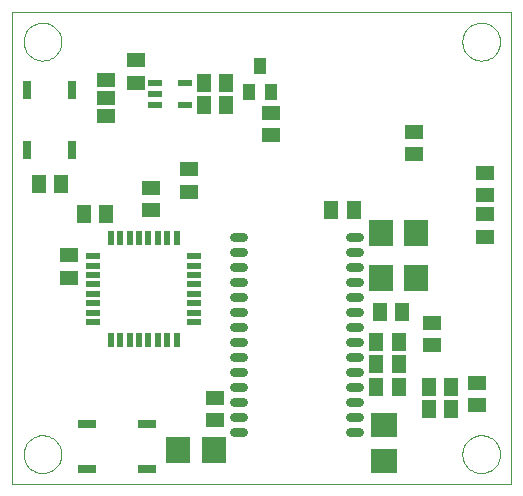
<source format=gtp>
G75*
G70*
%OFA0B0*%
%FSLAX24Y24*%
%IPPOS*%
%LPD*%
%AMOC8*
5,1,8,0,0,1.08239X$1,22.5*
%
%ADD10C,0.0000*%
%ADD11C,0.0300*%
%ADD12R,0.0394X0.0551*%
%ADD13R,0.0630X0.0512*%
%ADD14R,0.0300X0.0600*%
%ADD15R,0.0220X0.0500*%
%ADD16R,0.0500X0.0220*%
%ADD17R,0.0512X0.0630*%
%ADD18R,0.0591X0.0512*%
%ADD19R,0.0472X0.0217*%
%ADD20R,0.0512X0.0591*%
%ADD21R,0.0630X0.0460*%
%ADD22R,0.0787X0.0866*%
%ADD23R,0.0866X0.0787*%
%ADD24R,0.0600X0.0300*%
D10*
X000126Y000126D02*
X000126Y015872D01*
X016746Y015872D01*
X016746Y000126D01*
X000126Y000126D01*
X000496Y001126D02*
X000498Y001176D01*
X000504Y001226D01*
X000514Y001275D01*
X000528Y001323D01*
X000545Y001370D01*
X000566Y001415D01*
X000591Y001459D01*
X000619Y001500D01*
X000651Y001539D01*
X000685Y001576D01*
X000722Y001610D01*
X000762Y001640D01*
X000804Y001667D01*
X000848Y001691D01*
X000894Y001712D01*
X000941Y001728D01*
X000989Y001741D01*
X001039Y001750D01*
X001088Y001755D01*
X001139Y001756D01*
X001189Y001753D01*
X001238Y001746D01*
X001287Y001735D01*
X001335Y001720D01*
X001381Y001702D01*
X001426Y001680D01*
X001469Y001654D01*
X001510Y001625D01*
X001549Y001593D01*
X001585Y001558D01*
X001617Y001520D01*
X001647Y001480D01*
X001674Y001437D01*
X001697Y001393D01*
X001716Y001347D01*
X001732Y001299D01*
X001744Y001250D01*
X001752Y001201D01*
X001756Y001151D01*
X001756Y001101D01*
X001752Y001051D01*
X001744Y001002D01*
X001732Y000953D01*
X001716Y000905D01*
X001697Y000859D01*
X001674Y000815D01*
X001647Y000772D01*
X001617Y000732D01*
X001585Y000694D01*
X001549Y000659D01*
X001510Y000627D01*
X001469Y000598D01*
X001426Y000572D01*
X001381Y000550D01*
X001335Y000532D01*
X001287Y000517D01*
X001238Y000506D01*
X001189Y000499D01*
X001139Y000496D01*
X001088Y000497D01*
X001039Y000502D01*
X000989Y000511D01*
X000941Y000524D01*
X000894Y000540D01*
X000848Y000561D01*
X000804Y000585D01*
X000762Y000612D01*
X000722Y000642D01*
X000685Y000676D01*
X000651Y000713D01*
X000619Y000752D01*
X000591Y000793D01*
X000566Y000837D01*
X000545Y000882D01*
X000528Y000929D01*
X000514Y000977D01*
X000504Y001026D01*
X000498Y001076D01*
X000496Y001126D01*
X000496Y014876D02*
X000498Y014926D01*
X000504Y014976D01*
X000514Y015025D01*
X000528Y015073D01*
X000545Y015120D01*
X000566Y015165D01*
X000591Y015209D01*
X000619Y015250D01*
X000651Y015289D01*
X000685Y015326D01*
X000722Y015360D01*
X000762Y015390D01*
X000804Y015417D01*
X000848Y015441D01*
X000894Y015462D01*
X000941Y015478D01*
X000989Y015491D01*
X001039Y015500D01*
X001088Y015505D01*
X001139Y015506D01*
X001189Y015503D01*
X001238Y015496D01*
X001287Y015485D01*
X001335Y015470D01*
X001381Y015452D01*
X001426Y015430D01*
X001469Y015404D01*
X001510Y015375D01*
X001549Y015343D01*
X001585Y015308D01*
X001617Y015270D01*
X001647Y015230D01*
X001674Y015187D01*
X001697Y015143D01*
X001716Y015097D01*
X001732Y015049D01*
X001744Y015000D01*
X001752Y014951D01*
X001756Y014901D01*
X001756Y014851D01*
X001752Y014801D01*
X001744Y014752D01*
X001732Y014703D01*
X001716Y014655D01*
X001697Y014609D01*
X001674Y014565D01*
X001647Y014522D01*
X001617Y014482D01*
X001585Y014444D01*
X001549Y014409D01*
X001510Y014377D01*
X001469Y014348D01*
X001426Y014322D01*
X001381Y014300D01*
X001335Y014282D01*
X001287Y014267D01*
X001238Y014256D01*
X001189Y014249D01*
X001139Y014246D01*
X001088Y014247D01*
X001039Y014252D01*
X000989Y014261D01*
X000941Y014274D01*
X000894Y014290D01*
X000848Y014311D01*
X000804Y014335D01*
X000762Y014362D01*
X000722Y014392D01*
X000685Y014426D01*
X000651Y014463D01*
X000619Y014502D01*
X000591Y014543D01*
X000566Y014587D01*
X000545Y014632D01*
X000528Y014679D01*
X000514Y014727D01*
X000504Y014776D01*
X000498Y014826D01*
X000496Y014876D01*
X015121Y014876D02*
X015123Y014926D01*
X015129Y014976D01*
X015139Y015025D01*
X015153Y015073D01*
X015170Y015120D01*
X015191Y015165D01*
X015216Y015209D01*
X015244Y015250D01*
X015276Y015289D01*
X015310Y015326D01*
X015347Y015360D01*
X015387Y015390D01*
X015429Y015417D01*
X015473Y015441D01*
X015519Y015462D01*
X015566Y015478D01*
X015614Y015491D01*
X015664Y015500D01*
X015713Y015505D01*
X015764Y015506D01*
X015814Y015503D01*
X015863Y015496D01*
X015912Y015485D01*
X015960Y015470D01*
X016006Y015452D01*
X016051Y015430D01*
X016094Y015404D01*
X016135Y015375D01*
X016174Y015343D01*
X016210Y015308D01*
X016242Y015270D01*
X016272Y015230D01*
X016299Y015187D01*
X016322Y015143D01*
X016341Y015097D01*
X016357Y015049D01*
X016369Y015000D01*
X016377Y014951D01*
X016381Y014901D01*
X016381Y014851D01*
X016377Y014801D01*
X016369Y014752D01*
X016357Y014703D01*
X016341Y014655D01*
X016322Y014609D01*
X016299Y014565D01*
X016272Y014522D01*
X016242Y014482D01*
X016210Y014444D01*
X016174Y014409D01*
X016135Y014377D01*
X016094Y014348D01*
X016051Y014322D01*
X016006Y014300D01*
X015960Y014282D01*
X015912Y014267D01*
X015863Y014256D01*
X015814Y014249D01*
X015764Y014246D01*
X015713Y014247D01*
X015664Y014252D01*
X015614Y014261D01*
X015566Y014274D01*
X015519Y014290D01*
X015473Y014311D01*
X015429Y014335D01*
X015387Y014362D01*
X015347Y014392D01*
X015310Y014426D01*
X015276Y014463D01*
X015244Y014502D01*
X015216Y014543D01*
X015191Y014587D01*
X015170Y014632D01*
X015153Y014679D01*
X015139Y014727D01*
X015129Y014776D01*
X015123Y014826D01*
X015121Y014876D01*
X015121Y001126D02*
X015123Y001176D01*
X015129Y001226D01*
X015139Y001275D01*
X015153Y001323D01*
X015170Y001370D01*
X015191Y001415D01*
X015216Y001459D01*
X015244Y001500D01*
X015276Y001539D01*
X015310Y001576D01*
X015347Y001610D01*
X015387Y001640D01*
X015429Y001667D01*
X015473Y001691D01*
X015519Y001712D01*
X015566Y001728D01*
X015614Y001741D01*
X015664Y001750D01*
X015713Y001755D01*
X015764Y001756D01*
X015814Y001753D01*
X015863Y001746D01*
X015912Y001735D01*
X015960Y001720D01*
X016006Y001702D01*
X016051Y001680D01*
X016094Y001654D01*
X016135Y001625D01*
X016174Y001593D01*
X016210Y001558D01*
X016242Y001520D01*
X016272Y001480D01*
X016299Y001437D01*
X016322Y001393D01*
X016341Y001347D01*
X016357Y001299D01*
X016369Y001250D01*
X016377Y001201D01*
X016381Y001151D01*
X016381Y001101D01*
X016377Y001051D01*
X016369Y001002D01*
X016357Y000953D01*
X016341Y000905D01*
X016322Y000859D01*
X016299Y000815D01*
X016272Y000772D01*
X016242Y000732D01*
X016210Y000694D01*
X016174Y000659D01*
X016135Y000627D01*
X016094Y000598D01*
X016051Y000572D01*
X016006Y000550D01*
X015960Y000532D01*
X015912Y000517D01*
X015863Y000506D01*
X015814Y000499D01*
X015764Y000496D01*
X015713Y000497D01*
X015664Y000502D01*
X015614Y000511D01*
X015566Y000524D01*
X015519Y000540D01*
X015473Y000561D01*
X015429Y000585D01*
X015387Y000612D01*
X015347Y000642D01*
X015310Y000676D01*
X015276Y000713D01*
X015244Y000752D01*
X015216Y000793D01*
X015191Y000837D01*
X015170Y000882D01*
X015153Y000929D01*
X015139Y000977D01*
X015129Y001026D01*
X015123Y001076D01*
X015121Y001126D01*
D11*
X011676Y001876D02*
X011376Y001876D01*
X011376Y002376D02*
X011676Y002376D01*
X011676Y002876D02*
X011376Y002876D01*
X011376Y003376D02*
X011676Y003376D01*
X011676Y003876D02*
X011376Y003876D01*
X011376Y004376D02*
X011676Y004376D01*
X011676Y004876D02*
X011376Y004876D01*
X011376Y005376D02*
X011676Y005376D01*
X011676Y005876D02*
X011376Y005876D01*
X011376Y006376D02*
X011676Y006376D01*
X011676Y006876D02*
X011376Y006876D01*
X011376Y007376D02*
X011676Y007376D01*
X011676Y007876D02*
X011376Y007876D01*
X011376Y008376D02*
X011676Y008376D01*
X007826Y008376D02*
X007526Y008376D01*
X007526Y007876D02*
X007826Y007876D01*
X007826Y007376D02*
X007526Y007376D01*
X007526Y006876D02*
X007826Y006876D01*
X007826Y006376D02*
X007526Y006376D01*
X007526Y005876D02*
X007826Y005876D01*
X007826Y005376D02*
X007526Y005376D01*
X007526Y004876D02*
X007826Y004876D01*
X007826Y004376D02*
X007526Y004376D01*
X007526Y003876D02*
X007826Y003876D01*
X007826Y003376D02*
X007526Y003376D01*
X007526Y002876D02*
X007826Y002876D01*
X007826Y002376D02*
X007526Y002376D01*
X007526Y001876D02*
X007826Y001876D01*
D12*
X008002Y013193D03*
X008750Y013193D03*
X008376Y014059D03*
D13*
X008751Y012500D03*
X008751Y011752D03*
X014126Y005500D03*
X014126Y004752D03*
X015876Y008377D03*
X015876Y009125D03*
X015876Y009752D03*
X015876Y010500D03*
D14*
X002126Y011251D03*
X000626Y011251D03*
X000626Y013251D03*
X002126Y013251D03*
D15*
X003398Y008316D03*
X003713Y008316D03*
X004028Y008316D03*
X004343Y008316D03*
X004658Y008316D03*
X004973Y008316D03*
X005288Y008316D03*
X005603Y008316D03*
X005603Y004936D03*
X005288Y004936D03*
X004973Y004936D03*
X004658Y004936D03*
X004343Y004936D03*
X004028Y004936D03*
X003713Y004936D03*
X003398Y004936D03*
D16*
X002811Y005523D03*
X002811Y005838D03*
X002811Y006153D03*
X002811Y006468D03*
X002811Y006783D03*
X002811Y007098D03*
X002811Y007413D03*
X002811Y007728D03*
X006191Y007728D03*
X006191Y007413D03*
X006191Y007098D03*
X006191Y006783D03*
X006191Y006468D03*
X006191Y006153D03*
X006191Y005838D03*
X006191Y005523D03*
D17*
X001750Y010126D03*
X001002Y010126D03*
X012252Y004876D03*
X013000Y004876D03*
X014002Y003376D03*
X014750Y003376D03*
X014750Y002626D03*
X014002Y002626D03*
D18*
X015626Y002752D03*
X015626Y003500D03*
X013501Y011127D03*
X013501Y011875D03*
X006001Y010625D03*
X006001Y009877D03*
X004751Y010000D03*
X004751Y009252D03*
X002001Y007750D03*
X002001Y007002D03*
X006876Y003000D03*
X006876Y002252D03*
X004251Y013502D03*
X004251Y014250D03*
D19*
X004864Y013500D03*
X004864Y013126D03*
X004864Y012752D03*
X005887Y012752D03*
X005887Y013500D03*
D20*
X006502Y013501D03*
X007250Y013501D03*
X007250Y012751D03*
X006502Y012751D03*
X003250Y009126D03*
X002502Y009126D03*
X010752Y009251D03*
X011500Y009251D03*
X012377Y005876D03*
X013125Y005876D03*
X013000Y004126D03*
X012252Y004126D03*
X012252Y003376D03*
X013000Y003376D03*
D21*
X003251Y012401D03*
X003251Y013001D03*
X003251Y013601D03*
D22*
X012410Y008501D03*
X013591Y008501D03*
X013591Y007001D03*
X012410Y007001D03*
X006841Y001251D03*
X005660Y001251D03*
D23*
X012501Y000910D03*
X012501Y002091D03*
D24*
X004626Y002126D03*
X004626Y000626D03*
X002626Y000626D03*
X002626Y002126D03*
M02*

</source>
